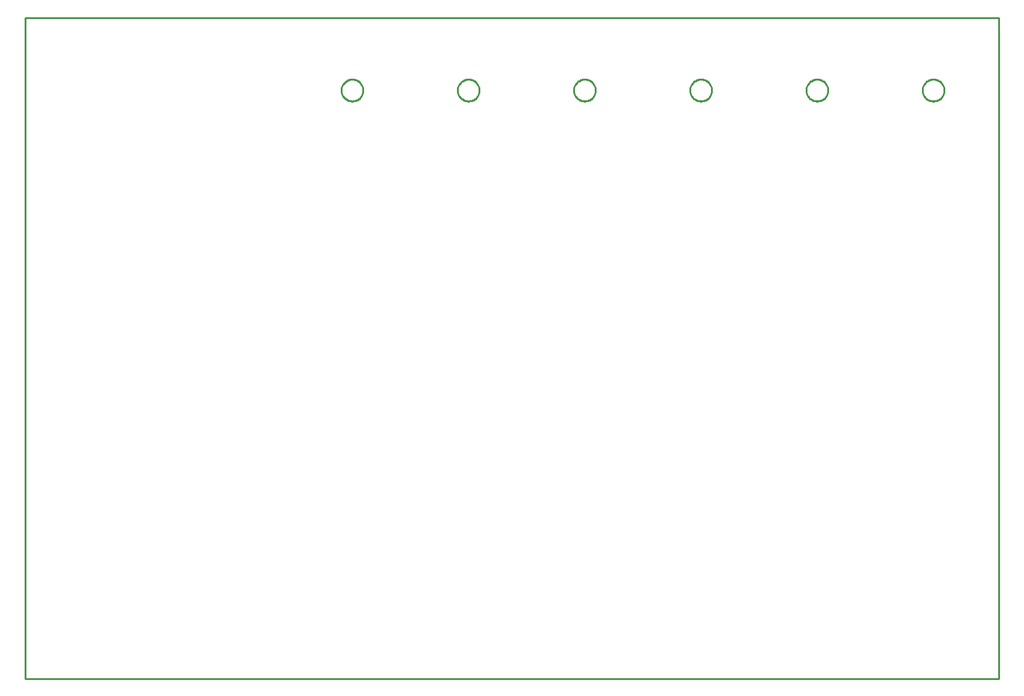
<source format=gbr>
G04 EAGLE Gerber RS-274X export*
G75*
%MOMM*%
%FSLAX34Y34*%
%LPD*%
%IN*%
%IPPOS*%
%AMOC8*
5,1,8,0,0,1.08239X$1,22.5*%
G01*
%ADD10C,0.254000*%


D10*
X0Y0D02*
X1340000Y0D01*
X1340000Y910000D01*
X0Y910000D01*
X0Y0D01*
X465000Y809464D02*
X464924Y808396D01*
X464771Y807335D01*
X464543Y806288D01*
X464241Y805260D01*
X463867Y804256D01*
X463422Y803281D01*
X462908Y802341D01*
X462329Y801440D01*
X461687Y800582D01*
X460985Y799772D01*
X460228Y799015D01*
X459418Y798313D01*
X458560Y797671D01*
X457659Y797092D01*
X456719Y796578D01*
X455744Y796133D01*
X454740Y795759D01*
X453712Y795457D01*
X452665Y795229D01*
X451604Y795076D01*
X450536Y795000D01*
X449464Y795000D01*
X448396Y795076D01*
X447335Y795229D01*
X446288Y795457D01*
X445260Y795759D01*
X444256Y796133D01*
X443281Y796578D01*
X442341Y797092D01*
X441440Y797671D01*
X440582Y798313D01*
X439772Y799015D01*
X439015Y799772D01*
X438313Y800582D01*
X437671Y801440D01*
X437092Y802341D01*
X436578Y803281D01*
X436133Y804256D01*
X435759Y805260D01*
X435457Y806288D01*
X435229Y807335D01*
X435076Y808396D01*
X435000Y809464D01*
X435000Y810536D01*
X435076Y811604D01*
X435229Y812665D01*
X435457Y813712D01*
X435759Y814740D01*
X436133Y815744D01*
X436578Y816719D01*
X437092Y817659D01*
X437671Y818560D01*
X438313Y819418D01*
X439015Y820228D01*
X439772Y820985D01*
X440582Y821687D01*
X441440Y822329D01*
X442341Y822908D01*
X443281Y823422D01*
X444256Y823867D01*
X445260Y824241D01*
X446288Y824543D01*
X447335Y824771D01*
X448396Y824924D01*
X449464Y825000D01*
X450536Y825000D01*
X451604Y824924D01*
X452665Y824771D01*
X453712Y824543D01*
X454740Y824241D01*
X455744Y823867D01*
X456719Y823422D01*
X457659Y822908D01*
X458560Y822329D01*
X459418Y821687D01*
X460228Y820985D01*
X460985Y820228D01*
X461687Y819418D01*
X462329Y818560D01*
X462908Y817659D01*
X463422Y816719D01*
X463867Y815744D01*
X464241Y814740D01*
X464543Y813712D01*
X464771Y812665D01*
X464924Y811604D01*
X465000Y810536D01*
X465000Y809464D01*
X625000Y809464D02*
X624924Y808396D01*
X624771Y807335D01*
X624543Y806288D01*
X624241Y805260D01*
X623867Y804256D01*
X623422Y803281D01*
X622908Y802341D01*
X622329Y801440D01*
X621687Y800582D01*
X620985Y799772D01*
X620228Y799015D01*
X619418Y798313D01*
X618560Y797671D01*
X617659Y797092D01*
X616719Y796578D01*
X615744Y796133D01*
X614740Y795759D01*
X613712Y795457D01*
X612665Y795229D01*
X611604Y795076D01*
X610536Y795000D01*
X609464Y795000D01*
X608396Y795076D01*
X607335Y795229D01*
X606288Y795457D01*
X605260Y795759D01*
X604256Y796133D01*
X603281Y796578D01*
X602341Y797092D01*
X601440Y797671D01*
X600582Y798313D01*
X599772Y799015D01*
X599015Y799772D01*
X598313Y800582D01*
X597671Y801440D01*
X597092Y802341D01*
X596578Y803281D01*
X596133Y804256D01*
X595759Y805260D01*
X595457Y806288D01*
X595229Y807335D01*
X595076Y808396D01*
X595000Y809464D01*
X595000Y810536D01*
X595076Y811604D01*
X595229Y812665D01*
X595457Y813712D01*
X595759Y814740D01*
X596133Y815744D01*
X596578Y816719D01*
X597092Y817659D01*
X597671Y818560D01*
X598313Y819418D01*
X599015Y820228D01*
X599772Y820985D01*
X600582Y821687D01*
X601440Y822329D01*
X602341Y822908D01*
X603281Y823422D01*
X604256Y823867D01*
X605260Y824241D01*
X606288Y824543D01*
X607335Y824771D01*
X608396Y824924D01*
X609464Y825000D01*
X610536Y825000D01*
X611604Y824924D01*
X612665Y824771D01*
X613712Y824543D01*
X614740Y824241D01*
X615744Y823867D01*
X616719Y823422D01*
X617659Y822908D01*
X618560Y822329D01*
X619418Y821687D01*
X620228Y820985D01*
X620985Y820228D01*
X621687Y819418D01*
X622329Y818560D01*
X622908Y817659D01*
X623422Y816719D01*
X623867Y815744D01*
X624241Y814740D01*
X624543Y813712D01*
X624771Y812665D01*
X624924Y811604D01*
X625000Y810536D01*
X625000Y809464D01*
X785000Y809464D02*
X784924Y808396D01*
X784771Y807335D01*
X784543Y806288D01*
X784241Y805260D01*
X783867Y804256D01*
X783422Y803281D01*
X782908Y802341D01*
X782329Y801440D01*
X781687Y800582D01*
X780985Y799772D01*
X780228Y799015D01*
X779418Y798313D01*
X778560Y797671D01*
X777659Y797092D01*
X776719Y796578D01*
X775744Y796133D01*
X774740Y795759D01*
X773712Y795457D01*
X772665Y795229D01*
X771604Y795076D01*
X770536Y795000D01*
X769464Y795000D01*
X768396Y795076D01*
X767335Y795229D01*
X766288Y795457D01*
X765260Y795759D01*
X764256Y796133D01*
X763281Y796578D01*
X762341Y797092D01*
X761440Y797671D01*
X760582Y798313D01*
X759772Y799015D01*
X759015Y799772D01*
X758313Y800582D01*
X757671Y801440D01*
X757092Y802341D01*
X756578Y803281D01*
X756133Y804256D01*
X755759Y805260D01*
X755457Y806288D01*
X755229Y807335D01*
X755076Y808396D01*
X755000Y809464D01*
X755000Y810536D01*
X755076Y811604D01*
X755229Y812665D01*
X755457Y813712D01*
X755759Y814740D01*
X756133Y815744D01*
X756578Y816719D01*
X757092Y817659D01*
X757671Y818560D01*
X758313Y819418D01*
X759015Y820228D01*
X759772Y820985D01*
X760582Y821687D01*
X761440Y822329D01*
X762341Y822908D01*
X763281Y823422D01*
X764256Y823867D01*
X765260Y824241D01*
X766288Y824543D01*
X767335Y824771D01*
X768396Y824924D01*
X769464Y825000D01*
X770536Y825000D01*
X771604Y824924D01*
X772665Y824771D01*
X773712Y824543D01*
X774740Y824241D01*
X775744Y823867D01*
X776719Y823422D01*
X777659Y822908D01*
X778560Y822329D01*
X779418Y821687D01*
X780228Y820985D01*
X780985Y820228D01*
X781687Y819418D01*
X782329Y818560D01*
X782908Y817659D01*
X783422Y816719D01*
X783867Y815744D01*
X784241Y814740D01*
X784543Y813712D01*
X784771Y812665D01*
X784924Y811604D01*
X785000Y810536D01*
X785000Y809464D01*
X945000Y809464D02*
X944924Y808396D01*
X944771Y807335D01*
X944543Y806288D01*
X944241Y805260D01*
X943867Y804256D01*
X943422Y803281D01*
X942908Y802341D01*
X942329Y801440D01*
X941687Y800582D01*
X940985Y799772D01*
X940228Y799015D01*
X939418Y798313D01*
X938560Y797671D01*
X937659Y797092D01*
X936719Y796578D01*
X935744Y796133D01*
X934740Y795759D01*
X933712Y795457D01*
X932665Y795229D01*
X931604Y795076D01*
X930536Y795000D01*
X929464Y795000D01*
X928396Y795076D01*
X927335Y795229D01*
X926288Y795457D01*
X925260Y795759D01*
X924256Y796133D01*
X923281Y796578D01*
X922341Y797092D01*
X921440Y797671D01*
X920582Y798313D01*
X919772Y799015D01*
X919015Y799772D01*
X918313Y800582D01*
X917671Y801440D01*
X917092Y802341D01*
X916578Y803281D01*
X916133Y804256D01*
X915759Y805260D01*
X915457Y806288D01*
X915229Y807335D01*
X915076Y808396D01*
X915000Y809464D01*
X915000Y810536D01*
X915076Y811604D01*
X915229Y812665D01*
X915457Y813712D01*
X915759Y814740D01*
X916133Y815744D01*
X916578Y816719D01*
X917092Y817659D01*
X917671Y818560D01*
X918313Y819418D01*
X919015Y820228D01*
X919772Y820985D01*
X920582Y821687D01*
X921440Y822329D01*
X922341Y822908D01*
X923281Y823422D01*
X924256Y823867D01*
X925260Y824241D01*
X926288Y824543D01*
X927335Y824771D01*
X928396Y824924D01*
X929464Y825000D01*
X930536Y825000D01*
X931604Y824924D01*
X932665Y824771D01*
X933712Y824543D01*
X934740Y824241D01*
X935744Y823867D01*
X936719Y823422D01*
X937659Y822908D01*
X938560Y822329D01*
X939418Y821687D01*
X940228Y820985D01*
X940985Y820228D01*
X941687Y819418D01*
X942329Y818560D01*
X942908Y817659D01*
X943422Y816719D01*
X943867Y815744D01*
X944241Y814740D01*
X944543Y813712D01*
X944771Y812665D01*
X944924Y811604D01*
X945000Y810536D01*
X945000Y809464D01*
X1105000Y809464D02*
X1104924Y808396D01*
X1104771Y807335D01*
X1104543Y806288D01*
X1104241Y805260D01*
X1103867Y804256D01*
X1103422Y803281D01*
X1102908Y802341D01*
X1102329Y801440D01*
X1101687Y800582D01*
X1100985Y799772D01*
X1100228Y799015D01*
X1099418Y798313D01*
X1098560Y797671D01*
X1097659Y797092D01*
X1096719Y796578D01*
X1095744Y796133D01*
X1094740Y795759D01*
X1093712Y795457D01*
X1092665Y795229D01*
X1091604Y795076D01*
X1090536Y795000D01*
X1089464Y795000D01*
X1088396Y795076D01*
X1087335Y795229D01*
X1086288Y795457D01*
X1085260Y795759D01*
X1084256Y796133D01*
X1083281Y796578D01*
X1082341Y797092D01*
X1081440Y797671D01*
X1080582Y798313D01*
X1079772Y799015D01*
X1079015Y799772D01*
X1078313Y800582D01*
X1077671Y801440D01*
X1077092Y802341D01*
X1076578Y803281D01*
X1076133Y804256D01*
X1075759Y805260D01*
X1075457Y806288D01*
X1075229Y807335D01*
X1075076Y808396D01*
X1075000Y809464D01*
X1075000Y810536D01*
X1075076Y811604D01*
X1075229Y812665D01*
X1075457Y813712D01*
X1075759Y814740D01*
X1076133Y815744D01*
X1076578Y816719D01*
X1077092Y817659D01*
X1077671Y818560D01*
X1078313Y819418D01*
X1079015Y820228D01*
X1079772Y820985D01*
X1080582Y821687D01*
X1081440Y822329D01*
X1082341Y822908D01*
X1083281Y823422D01*
X1084256Y823867D01*
X1085260Y824241D01*
X1086288Y824543D01*
X1087335Y824771D01*
X1088396Y824924D01*
X1089464Y825000D01*
X1090536Y825000D01*
X1091604Y824924D01*
X1092665Y824771D01*
X1093712Y824543D01*
X1094740Y824241D01*
X1095744Y823867D01*
X1096719Y823422D01*
X1097659Y822908D01*
X1098560Y822329D01*
X1099418Y821687D01*
X1100228Y820985D01*
X1100985Y820228D01*
X1101687Y819418D01*
X1102329Y818560D01*
X1102908Y817659D01*
X1103422Y816719D01*
X1103867Y815744D01*
X1104241Y814740D01*
X1104543Y813712D01*
X1104771Y812665D01*
X1104924Y811604D01*
X1105000Y810536D01*
X1105000Y809464D01*
X1265000Y809464D02*
X1264924Y808396D01*
X1264771Y807335D01*
X1264543Y806288D01*
X1264241Y805260D01*
X1263867Y804256D01*
X1263422Y803281D01*
X1262908Y802341D01*
X1262329Y801440D01*
X1261687Y800582D01*
X1260985Y799772D01*
X1260228Y799015D01*
X1259418Y798313D01*
X1258560Y797671D01*
X1257659Y797092D01*
X1256719Y796578D01*
X1255744Y796133D01*
X1254740Y795759D01*
X1253712Y795457D01*
X1252665Y795229D01*
X1251604Y795076D01*
X1250536Y795000D01*
X1249464Y795000D01*
X1248396Y795076D01*
X1247335Y795229D01*
X1246288Y795457D01*
X1245260Y795759D01*
X1244256Y796133D01*
X1243281Y796578D01*
X1242341Y797092D01*
X1241440Y797671D01*
X1240582Y798313D01*
X1239772Y799015D01*
X1239015Y799772D01*
X1238313Y800582D01*
X1237671Y801440D01*
X1237092Y802341D01*
X1236578Y803281D01*
X1236133Y804256D01*
X1235759Y805260D01*
X1235457Y806288D01*
X1235229Y807335D01*
X1235076Y808396D01*
X1235000Y809464D01*
X1235000Y810536D01*
X1235076Y811604D01*
X1235229Y812665D01*
X1235457Y813712D01*
X1235759Y814740D01*
X1236133Y815744D01*
X1236578Y816719D01*
X1237092Y817659D01*
X1237671Y818560D01*
X1238313Y819418D01*
X1239015Y820228D01*
X1239772Y820985D01*
X1240582Y821687D01*
X1241440Y822329D01*
X1242341Y822908D01*
X1243281Y823422D01*
X1244256Y823867D01*
X1245260Y824241D01*
X1246288Y824543D01*
X1247335Y824771D01*
X1248396Y824924D01*
X1249464Y825000D01*
X1250536Y825000D01*
X1251604Y824924D01*
X1252665Y824771D01*
X1253712Y824543D01*
X1254740Y824241D01*
X1255744Y823867D01*
X1256719Y823422D01*
X1257659Y822908D01*
X1258560Y822329D01*
X1259418Y821687D01*
X1260228Y820985D01*
X1260985Y820228D01*
X1261687Y819418D01*
X1262329Y818560D01*
X1262908Y817659D01*
X1263422Y816719D01*
X1263867Y815744D01*
X1264241Y814740D01*
X1264543Y813712D01*
X1264771Y812665D01*
X1264924Y811604D01*
X1265000Y810536D01*
X1265000Y809464D01*
M02*

</source>
